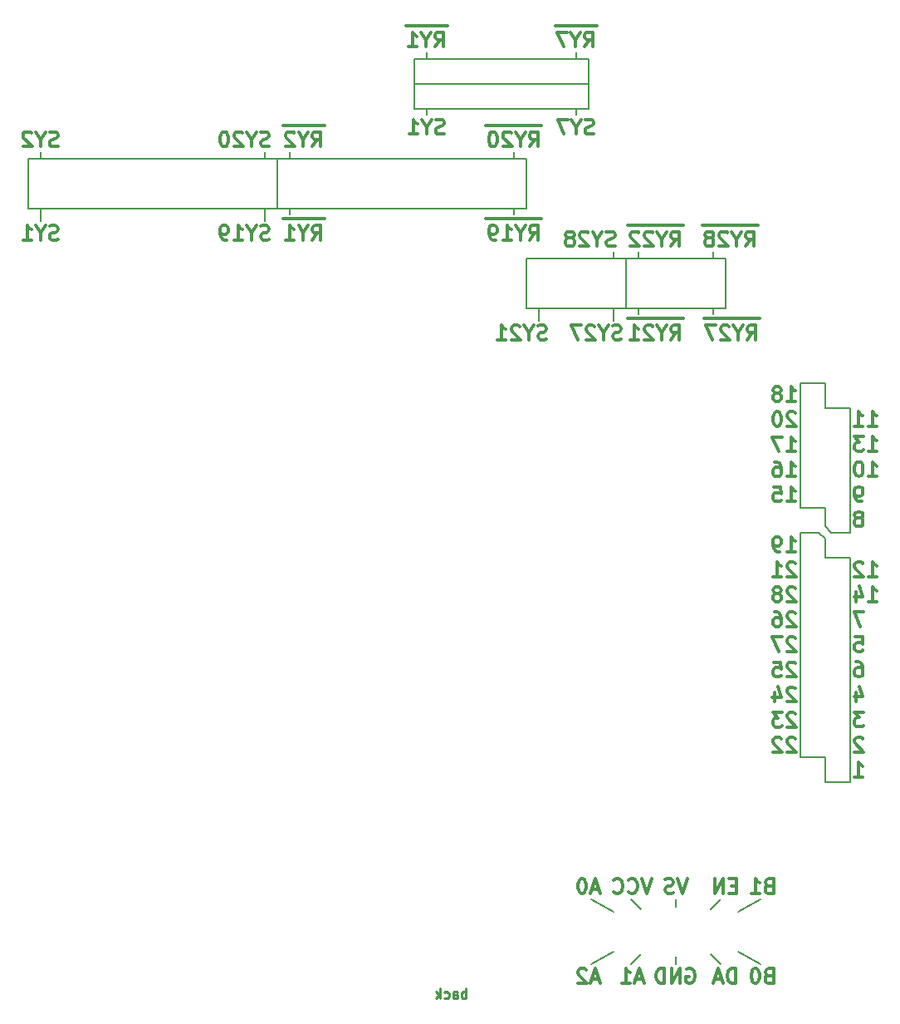
<source format=gbr>
G04 #@! TF.GenerationSoftware,KiCad,Pcbnew,(5.0.1)-4*
G04 #@! TF.CreationDate,2018-11-23T22:53:54+01:00*
G04 #@! TF.ProjectId,Flips5,466C697073352E6B696361645F706362,V1.0*
G04 #@! TF.SameCoordinates,Original*
G04 #@! TF.FileFunction,Legend,Bot*
G04 #@! TF.FilePolarity,Positive*
%FSLAX46Y46*%
G04 Gerber Fmt 4.6, Leading zero omitted, Abs format (unit mm)*
G04 Created by KiCad (PCBNEW (5.0.1)-4) date 23.11.2018 22:53:54*
%MOMM*%
%LPD*%
G01*
G04 APERTURE LIST*
%ADD10C,0.200000*%
%ADD11C,0.300000*%
%ADD12C,0.250000*%
G04 APERTURE END LIST*
D10*
X144145000Y-102870000D02*
X144780000Y-103505000D01*
X144780000Y-102235000D02*
X145415000Y-102870000D01*
X142240000Y-125730000D02*
X142240000Y-102870000D01*
X144780000Y-125730000D02*
X142240000Y-125730000D01*
X144780000Y-128270000D02*
X144780000Y-125730000D01*
X147320000Y-128270000D02*
X144780000Y-128270000D01*
X147320000Y-105410000D02*
X147320000Y-128270000D01*
X144780000Y-105410000D02*
X147320000Y-105410000D01*
X144780000Y-103505000D02*
X144780000Y-105410000D01*
X142240000Y-102870000D02*
X144145000Y-102870000D01*
X142240000Y-100330000D02*
X142240000Y-87630000D01*
X144780000Y-100330000D02*
X142240000Y-100330000D01*
X144780000Y-102235000D02*
X144780000Y-100330000D01*
X147320000Y-102870000D02*
X145415000Y-102870000D01*
X147320000Y-90170000D02*
X147320000Y-102870000D01*
X144780000Y-90170000D02*
X147320000Y-90170000D01*
X144780000Y-87630000D02*
X144780000Y-90170000D01*
X142240000Y-87630000D02*
X144780000Y-87630000D01*
X102870000Y-57150000D02*
X120650000Y-57150000D01*
X120650000Y-54610000D02*
X102870000Y-54610000D01*
X102870000Y-59690000D02*
X120650000Y-59690000D01*
X124460000Y-74930000D02*
X124460000Y-80010000D01*
X114300000Y-80010000D02*
X134620000Y-80010000D01*
X114300000Y-74930000D02*
X134620000Y-74930000D01*
X114300000Y-80010000D02*
X114300000Y-74930000D01*
X88900000Y-69850000D02*
X88900000Y-64770000D01*
X114300000Y-69850000D02*
X63500000Y-69850000D01*
X63500000Y-64770000D02*
X114300000Y-64770000D01*
X63500000Y-69850000D02*
X63500000Y-64770000D01*
X120650000Y-59690000D02*
X120650000Y-54610000D01*
X102870000Y-59690000D02*
X102870000Y-54610000D01*
X134620000Y-80010000D02*
X134620000Y-74930000D01*
X114300000Y-64770000D02*
X114300000Y-69850000D01*
X120904000Y-146812000D02*
X123190000Y-145542000D01*
X124968000Y-146812000D02*
X125984000Y-145796000D01*
X134112000Y-146812000D02*
X133096000Y-145796000D01*
X138176000Y-146812000D02*
X135890000Y-145542000D01*
X129540000Y-146812000D02*
X129540000Y-146050000D01*
D11*
X121721428Y-148332000D02*
X121007142Y-148332000D01*
X121864285Y-148760571D02*
X121364285Y-147260571D01*
X120864285Y-148760571D01*
X120435714Y-147403428D02*
X120364285Y-147332000D01*
X120221428Y-147260571D01*
X119864285Y-147260571D01*
X119721428Y-147332000D01*
X119650000Y-147403428D01*
X119578571Y-147546285D01*
X119578571Y-147689142D01*
X119650000Y-147903428D01*
X120507142Y-148760571D01*
X119578571Y-148760571D01*
X139037142Y-147974857D02*
X138822857Y-148046285D01*
X138751428Y-148117714D01*
X138680000Y-148260571D01*
X138680000Y-148474857D01*
X138751428Y-148617714D01*
X138822857Y-148689142D01*
X138965714Y-148760571D01*
X139537142Y-148760571D01*
X139537142Y-147260571D01*
X139037142Y-147260571D01*
X138894285Y-147332000D01*
X138822857Y-147403428D01*
X138751428Y-147546285D01*
X138751428Y-147689142D01*
X138822857Y-147832000D01*
X138894285Y-147903428D01*
X139037142Y-147974857D01*
X139537142Y-147974857D01*
X137751428Y-147260571D02*
X137608571Y-147260571D01*
X137465714Y-147332000D01*
X137394285Y-147403428D01*
X137322857Y-147546285D01*
X137251428Y-147832000D01*
X137251428Y-148189142D01*
X137322857Y-148474857D01*
X137394285Y-148617714D01*
X137465714Y-148689142D01*
X137608571Y-148760571D01*
X137751428Y-148760571D01*
X137894285Y-148689142D01*
X137965714Y-148617714D01*
X138037142Y-148474857D01*
X138108571Y-148189142D01*
X138108571Y-147832000D01*
X138037142Y-147546285D01*
X137965714Y-147403428D01*
X137894285Y-147332000D01*
X137751428Y-147260571D01*
X135655714Y-148760571D02*
X135655714Y-147260571D01*
X135298571Y-147260571D01*
X135084285Y-147332000D01*
X134941428Y-147474857D01*
X134870000Y-147617714D01*
X134798571Y-147903428D01*
X134798571Y-148117714D01*
X134870000Y-148403428D01*
X134941428Y-148546285D01*
X135084285Y-148689142D01*
X135298571Y-148760571D01*
X135655714Y-148760571D01*
X134227142Y-148332000D02*
X133512857Y-148332000D01*
X134370000Y-148760571D02*
X133870000Y-147260571D01*
X133370000Y-148760571D01*
X126166428Y-148332000D02*
X125452142Y-148332000D01*
X126309285Y-148760571D02*
X125809285Y-147260571D01*
X125309285Y-148760571D01*
X124023571Y-148760571D02*
X124880714Y-148760571D01*
X124452142Y-148760571D02*
X124452142Y-147260571D01*
X124595000Y-147474857D01*
X124737857Y-147617714D01*
X124880714Y-147689142D01*
X130682857Y-147332000D02*
X130825714Y-147260571D01*
X131040000Y-147260571D01*
X131254285Y-147332000D01*
X131397142Y-147474857D01*
X131468571Y-147617714D01*
X131540000Y-147903428D01*
X131540000Y-148117714D01*
X131468571Y-148403428D01*
X131397142Y-148546285D01*
X131254285Y-148689142D01*
X131040000Y-148760571D01*
X130897142Y-148760571D01*
X130682857Y-148689142D01*
X130611428Y-148617714D01*
X130611428Y-148117714D01*
X130897142Y-148117714D01*
X129968571Y-148760571D02*
X129968571Y-147260571D01*
X129111428Y-148760571D01*
X129111428Y-147260571D01*
X128397142Y-148760571D02*
X128397142Y-147260571D01*
X128040000Y-147260571D01*
X127825714Y-147332000D01*
X127682857Y-147474857D01*
X127611428Y-147617714D01*
X127540000Y-147903428D01*
X127540000Y-148117714D01*
X127611428Y-148403428D01*
X127682857Y-148546285D01*
X127825714Y-148689142D01*
X128040000Y-148760571D01*
X128397142Y-148760571D01*
X121721428Y-139188000D02*
X121007142Y-139188000D01*
X121864285Y-139616571D02*
X121364285Y-138116571D01*
X120864285Y-139616571D01*
X120078571Y-138116571D02*
X119935714Y-138116571D01*
X119792857Y-138188000D01*
X119721428Y-138259428D01*
X119650000Y-138402285D01*
X119578571Y-138688000D01*
X119578571Y-139045142D01*
X119650000Y-139330857D01*
X119721428Y-139473714D01*
X119792857Y-139545142D01*
X119935714Y-139616571D01*
X120078571Y-139616571D01*
X120221428Y-139545142D01*
X120292857Y-139473714D01*
X120364285Y-139330857D01*
X120435714Y-139045142D01*
X120435714Y-138688000D01*
X120364285Y-138402285D01*
X120292857Y-138259428D01*
X120221428Y-138188000D01*
X120078571Y-138116571D01*
X130754285Y-138116571D02*
X130254285Y-139616571D01*
X129754285Y-138116571D01*
X129325714Y-139545142D02*
X129111428Y-139616571D01*
X128754285Y-139616571D01*
X128611428Y-139545142D01*
X128540000Y-139473714D01*
X128468571Y-139330857D01*
X128468571Y-139188000D01*
X128540000Y-139045142D01*
X128611428Y-138973714D01*
X128754285Y-138902285D01*
X129040000Y-138830857D01*
X129182857Y-138759428D01*
X129254285Y-138688000D01*
X129325714Y-138545142D01*
X129325714Y-138402285D01*
X129254285Y-138259428D01*
X129182857Y-138188000D01*
X129040000Y-138116571D01*
X128682857Y-138116571D01*
X128468571Y-138188000D01*
X135727142Y-138830857D02*
X135227142Y-138830857D01*
X135012857Y-139616571D02*
X135727142Y-139616571D01*
X135727142Y-138116571D01*
X135012857Y-138116571D01*
X134370000Y-139616571D02*
X134370000Y-138116571D01*
X133512857Y-139616571D01*
X133512857Y-138116571D01*
X139037142Y-138830857D02*
X138822857Y-138902285D01*
X138751428Y-138973714D01*
X138680000Y-139116571D01*
X138680000Y-139330857D01*
X138751428Y-139473714D01*
X138822857Y-139545142D01*
X138965714Y-139616571D01*
X139537142Y-139616571D01*
X139537142Y-138116571D01*
X139037142Y-138116571D01*
X138894285Y-138188000D01*
X138822857Y-138259428D01*
X138751428Y-138402285D01*
X138751428Y-138545142D01*
X138822857Y-138688000D01*
X138894285Y-138759428D01*
X139037142Y-138830857D01*
X139537142Y-138830857D01*
X137251428Y-139616571D02*
X138108571Y-139616571D01*
X137680000Y-139616571D02*
X137680000Y-138116571D01*
X137822857Y-138330857D01*
X137965714Y-138473714D01*
X138108571Y-138545142D01*
D10*
X129540000Y-140970000D02*
X129540000Y-140208000D01*
X125984000Y-141224000D02*
X124968000Y-140208000D01*
X135890000Y-141478000D02*
X138176000Y-140208000D01*
X133096000Y-141224000D02*
X134112000Y-140208000D01*
X123190000Y-141478000D02*
X120904000Y-140208000D01*
D11*
X127095000Y-138116571D02*
X126595000Y-139616571D01*
X126095000Y-138116571D01*
X124737857Y-139473714D02*
X124809285Y-139545142D01*
X125023571Y-139616571D01*
X125166428Y-139616571D01*
X125380714Y-139545142D01*
X125523571Y-139402285D01*
X125595000Y-139259428D01*
X125666428Y-138973714D01*
X125666428Y-138759428D01*
X125595000Y-138473714D01*
X125523571Y-138330857D01*
X125380714Y-138188000D01*
X125166428Y-138116571D01*
X125023571Y-138116571D01*
X124809285Y-138188000D01*
X124737857Y-138259428D01*
X123237857Y-139473714D02*
X123309285Y-139545142D01*
X123523571Y-139616571D01*
X123666428Y-139616571D01*
X123880714Y-139545142D01*
X124023571Y-139402285D01*
X124095000Y-139259428D01*
X124166428Y-138973714D01*
X124166428Y-138759428D01*
X124095000Y-138473714D01*
X124023571Y-138330857D01*
X123880714Y-138188000D01*
X123666428Y-138116571D01*
X123523571Y-138116571D01*
X123309285Y-138188000D01*
X123237857Y-138259428D01*
X149229285Y-92048571D02*
X150086428Y-92048571D01*
X149657857Y-92048571D02*
X149657857Y-90548571D01*
X149800714Y-90762857D01*
X149943571Y-90905714D01*
X150086428Y-90977142D01*
X147800714Y-92048571D02*
X148657857Y-92048571D01*
X148229285Y-92048571D02*
X148229285Y-90548571D01*
X148372142Y-90762857D01*
X148515000Y-90905714D01*
X148657857Y-90977142D01*
X149229285Y-94598571D02*
X150086428Y-94598571D01*
X149657857Y-94598571D02*
X149657857Y-93098571D01*
X149800714Y-93312857D01*
X149943571Y-93455714D01*
X150086428Y-93527142D01*
X148729285Y-93098571D02*
X147800714Y-93098571D01*
X148300714Y-93670000D01*
X148086428Y-93670000D01*
X147943571Y-93741428D01*
X147872142Y-93812857D01*
X147800714Y-93955714D01*
X147800714Y-94312857D01*
X147872142Y-94455714D01*
X147943571Y-94527142D01*
X148086428Y-94598571D01*
X148515000Y-94598571D01*
X148657857Y-94527142D01*
X148729285Y-94455714D01*
X149229285Y-97148571D02*
X150086428Y-97148571D01*
X149657857Y-97148571D02*
X149657857Y-95648571D01*
X149800714Y-95862857D01*
X149943571Y-96005714D01*
X150086428Y-96077142D01*
X148300714Y-95648571D02*
X148157857Y-95648571D01*
X148015000Y-95720000D01*
X147943571Y-95791428D01*
X147872142Y-95934285D01*
X147800714Y-96220000D01*
X147800714Y-96577142D01*
X147872142Y-96862857D01*
X147943571Y-97005714D01*
X148015000Y-97077142D01*
X148157857Y-97148571D01*
X148300714Y-97148571D01*
X148443571Y-97077142D01*
X148515000Y-97005714D01*
X148586428Y-96862857D01*
X148657857Y-96577142D01*
X148657857Y-96220000D01*
X148586428Y-95934285D01*
X148515000Y-95791428D01*
X148443571Y-95720000D01*
X148300714Y-95648571D01*
X148515000Y-99698571D02*
X148229285Y-99698571D01*
X148086428Y-99627142D01*
X148015000Y-99555714D01*
X147872142Y-99341428D01*
X147800714Y-99055714D01*
X147800714Y-98484285D01*
X147872142Y-98341428D01*
X147943571Y-98270000D01*
X148086428Y-98198571D01*
X148372142Y-98198571D01*
X148515000Y-98270000D01*
X148586428Y-98341428D01*
X148657857Y-98484285D01*
X148657857Y-98841428D01*
X148586428Y-98984285D01*
X148515000Y-99055714D01*
X148372142Y-99127142D01*
X148086428Y-99127142D01*
X147943571Y-99055714D01*
X147872142Y-98984285D01*
X147800714Y-98841428D01*
X148372142Y-101391428D02*
X148515000Y-101320000D01*
X148586428Y-101248571D01*
X148657857Y-101105714D01*
X148657857Y-101034285D01*
X148586428Y-100891428D01*
X148515000Y-100820000D01*
X148372142Y-100748571D01*
X148086428Y-100748571D01*
X147943571Y-100820000D01*
X147872142Y-100891428D01*
X147800714Y-101034285D01*
X147800714Y-101105714D01*
X147872142Y-101248571D01*
X147943571Y-101320000D01*
X148086428Y-101391428D01*
X148372142Y-101391428D01*
X148515000Y-101462857D01*
X148586428Y-101534285D01*
X148657857Y-101677142D01*
X148657857Y-101962857D01*
X148586428Y-102105714D01*
X148515000Y-102177142D01*
X148372142Y-102248571D01*
X148086428Y-102248571D01*
X147943571Y-102177142D01*
X147872142Y-102105714D01*
X147800714Y-101962857D01*
X147800714Y-101677142D01*
X147872142Y-101534285D01*
X147943571Y-101462857D01*
X148086428Y-101391428D01*
X149229285Y-107348571D02*
X150086428Y-107348571D01*
X149657857Y-107348571D02*
X149657857Y-105848571D01*
X149800714Y-106062857D01*
X149943571Y-106205714D01*
X150086428Y-106277142D01*
X148657857Y-105991428D02*
X148586428Y-105920000D01*
X148443571Y-105848571D01*
X148086428Y-105848571D01*
X147943571Y-105920000D01*
X147872142Y-105991428D01*
X147800714Y-106134285D01*
X147800714Y-106277142D01*
X147872142Y-106491428D01*
X148729285Y-107348571D01*
X147800714Y-107348571D01*
X149229285Y-109898571D02*
X150086428Y-109898571D01*
X149657857Y-109898571D02*
X149657857Y-108398571D01*
X149800714Y-108612857D01*
X149943571Y-108755714D01*
X150086428Y-108827142D01*
X147943571Y-108898571D02*
X147943571Y-109898571D01*
X148300714Y-108327142D02*
X148657857Y-109398571D01*
X147729285Y-109398571D01*
X148729285Y-110948571D02*
X147729285Y-110948571D01*
X148372142Y-112448571D01*
X147872142Y-113498571D02*
X148586428Y-113498571D01*
X148657857Y-114212857D01*
X148586428Y-114141428D01*
X148443571Y-114070000D01*
X148086428Y-114070000D01*
X147943571Y-114141428D01*
X147872142Y-114212857D01*
X147800714Y-114355714D01*
X147800714Y-114712857D01*
X147872142Y-114855714D01*
X147943571Y-114927142D01*
X148086428Y-114998571D01*
X148443571Y-114998571D01*
X148586428Y-114927142D01*
X148657857Y-114855714D01*
X147943571Y-116048571D02*
X148229285Y-116048571D01*
X148372142Y-116120000D01*
X148443571Y-116191428D01*
X148586428Y-116405714D01*
X148657857Y-116691428D01*
X148657857Y-117262857D01*
X148586428Y-117405714D01*
X148515000Y-117477142D01*
X148372142Y-117548571D01*
X148086428Y-117548571D01*
X147943571Y-117477142D01*
X147872142Y-117405714D01*
X147800714Y-117262857D01*
X147800714Y-116905714D01*
X147872142Y-116762857D01*
X147943571Y-116691428D01*
X148086428Y-116620000D01*
X148372142Y-116620000D01*
X148515000Y-116691428D01*
X148586428Y-116762857D01*
X148657857Y-116905714D01*
X147943571Y-119098571D02*
X147943571Y-120098571D01*
X148300714Y-118527142D02*
X148657857Y-119598571D01*
X147729285Y-119598571D01*
X148729285Y-121148571D02*
X147800714Y-121148571D01*
X148300714Y-121720000D01*
X148086428Y-121720000D01*
X147943571Y-121791428D01*
X147872142Y-121862857D01*
X147800714Y-122005714D01*
X147800714Y-122362857D01*
X147872142Y-122505714D01*
X147943571Y-122577142D01*
X148086428Y-122648571D01*
X148515000Y-122648571D01*
X148657857Y-122577142D01*
X148729285Y-122505714D01*
X148657857Y-123841428D02*
X148586428Y-123770000D01*
X148443571Y-123698571D01*
X148086428Y-123698571D01*
X147943571Y-123770000D01*
X147872142Y-123841428D01*
X147800714Y-123984285D01*
X147800714Y-124127142D01*
X147872142Y-124341428D01*
X148729285Y-125198571D01*
X147800714Y-125198571D01*
X147800714Y-127748571D02*
X148657857Y-127748571D01*
X148229285Y-127748571D02*
X148229285Y-126248571D01*
X148372142Y-126462857D01*
X148515000Y-126605714D01*
X148657857Y-126677142D01*
X140902142Y-89508571D02*
X141759285Y-89508571D01*
X141330714Y-89508571D02*
X141330714Y-88008571D01*
X141473571Y-88222857D01*
X141616428Y-88365714D01*
X141759285Y-88437142D01*
X140045000Y-88651428D02*
X140187857Y-88580000D01*
X140259285Y-88508571D01*
X140330714Y-88365714D01*
X140330714Y-88294285D01*
X140259285Y-88151428D01*
X140187857Y-88080000D01*
X140045000Y-88008571D01*
X139759285Y-88008571D01*
X139616428Y-88080000D01*
X139545000Y-88151428D01*
X139473571Y-88294285D01*
X139473571Y-88365714D01*
X139545000Y-88508571D01*
X139616428Y-88580000D01*
X139759285Y-88651428D01*
X140045000Y-88651428D01*
X140187857Y-88722857D01*
X140259285Y-88794285D01*
X140330714Y-88937142D01*
X140330714Y-89222857D01*
X140259285Y-89365714D01*
X140187857Y-89437142D01*
X140045000Y-89508571D01*
X139759285Y-89508571D01*
X139616428Y-89437142D01*
X139545000Y-89365714D01*
X139473571Y-89222857D01*
X139473571Y-88937142D01*
X139545000Y-88794285D01*
X139616428Y-88722857D01*
X139759285Y-88651428D01*
X141759285Y-90701428D02*
X141687857Y-90630000D01*
X141545000Y-90558571D01*
X141187857Y-90558571D01*
X141045000Y-90630000D01*
X140973571Y-90701428D01*
X140902142Y-90844285D01*
X140902142Y-90987142D01*
X140973571Y-91201428D01*
X141830714Y-92058571D01*
X140902142Y-92058571D01*
X139973571Y-90558571D02*
X139830714Y-90558571D01*
X139687857Y-90630000D01*
X139616428Y-90701428D01*
X139545000Y-90844285D01*
X139473571Y-91130000D01*
X139473571Y-91487142D01*
X139545000Y-91772857D01*
X139616428Y-91915714D01*
X139687857Y-91987142D01*
X139830714Y-92058571D01*
X139973571Y-92058571D01*
X140116428Y-91987142D01*
X140187857Y-91915714D01*
X140259285Y-91772857D01*
X140330714Y-91487142D01*
X140330714Y-91130000D01*
X140259285Y-90844285D01*
X140187857Y-90701428D01*
X140116428Y-90630000D01*
X139973571Y-90558571D01*
X140902142Y-94608571D02*
X141759285Y-94608571D01*
X141330714Y-94608571D02*
X141330714Y-93108571D01*
X141473571Y-93322857D01*
X141616428Y-93465714D01*
X141759285Y-93537142D01*
X140402142Y-93108571D02*
X139402142Y-93108571D01*
X140045000Y-94608571D01*
X140902142Y-97158571D02*
X141759285Y-97158571D01*
X141330714Y-97158571D02*
X141330714Y-95658571D01*
X141473571Y-95872857D01*
X141616428Y-96015714D01*
X141759285Y-96087142D01*
X139616428Y-95658571D02*
X139902142Y-95658571D01*
X140045000Y-95730000D01*
X140116428Y-95801428D01*
X140259285Y-96015714D01*
X140330714Y-96301428D01*
X140330714Y-96872857D01*
X140259285Y-97015714D01*
X140187857Y-97087142D01*
X140045000Y-97158571D01*
X139759285Y-97158571D01*
X139616428Y-97087142D01*
X139545000Y-97015714D01*
X139473571Y-96872857D01*
X139473571Y-96515714D01*
X139545000Y-96372857D01*
X139616428Y-96301428D01*
X139759285Y-96230000D01*
X140045000Y-96230000D01*
X140187857Y-96301428D01*
X140259285Y-96372857D01*
X140330714Y-96515714D01*
X140902142Y-99708571D02*
X141759285Y-99708571D01*
X141330714Y-99708571D02*
X141330714Y-98208571D01*
X141473571Y-98422857D01*
X141616428Y-98565714D01*
X141759285Y-98637142D01*
X139545000Y-98208571D02*
X140259285Y-98208571D01*
X140330714Y-98922857D01*
X140259285Y-98851428D01*
X140116428Y-98780000D01*
X139759285Y-98780000D01*
X139616428Y-98851428D01*
X139545000Y-98922857D01*
X139473571Y-99065714D01*
X139473571Y-99422857D01*
X139545000Y-99565714D01*
X139616428Y-99637142D01*
X139759285Y-99708571D01*
X140116428Y-99708571D01*
X140259285Y-99637142D01*
X140330714Y-99565714D01*
X140902142Y-104808571D02*
X141759285Y-104808571D01*
X141330714Y-104808571D02*
X141330714Y-103308571D01*
X141473571Y-103522857D01*
X141616428Y-103665714D01*
X141759285Y-103737142D01*
X140187857Y-104808571D02*
X139902142Y-104808571D01*
X139759285Y-104737142D01*
X139687857Y-104665714D01*
X139545000Y-104451428D01*
X139473571Y-104165714D01*
X139473571Y-103594285D01*
X139545000Y-103451428D01*
X139616428Y-103380000D01*
X139759285Y-103308571D01*
X140045000Y-103308571D01*
X140187857Y-103380000D01*
X140259285Y-103451428D01*
X140330714Y-103594285D01*
X140330714Y-103951428D01*
X140259285Y-104094285D01*
X140187857Y-104165714D01*
X140045000Y-104237142D01*
X139759285Y-104237142D01*
X139616428Y-104165714D01*
X139545000Y-104094285D01*
X139473571Y-103951428D01*
X141759285Y-106001428D02*
X141687857Y-105930000D01*
X141545000Y-105858571D01*
X141187857Y-105858571D01*
X141045000Y-105930000D01*
X140973571Y-106001428D01*
X140902142Y-106144285D01*
X140902142Y-106287142D01*
X140973571Y-106501428D01*
X141830714Y-107358571D01*
X140902142Y-107358571D01*
X139473571Y-107358571D02*
X140330714Y-107358571D01*
X139902142Y-107358571D02*
X139902142Y-105858571D01*
X140045000Y-106072857D01*
X140187857Y-106215714D01*
X140330714Y-106287142D01*
X141759285Y-108551428D02*
X141687857Y-108480000D01*
X141545000Y-108408571D01*
X141187857Y-108408571D01*
X141045000Y-108480000D01*
X140973571Y-108551428D01*
X140902142Y-108694285D01*
X140902142Y-108837142D01*
X140973571Y-109051428D01*
X141830714Y-109908571D01*
X140902142Y-109908571D01*
X140045000Y-109051428D02*
X140187857Y-108980000D01*
X140259285Y-108908571D01*
X140330714Y-108765714D01*
X140330714Y-108694285D01*
X140259285Y-108551428D01*
X140187857Y-108480000D01*
X140045000Y-108408571D01*
X139759285Y-108408571D01*
X139616428Y-108480000D01*
X139545000Y-108551428D01*
X139473571Y-108694285D01*
X139473571Y-108765714D01*
X139545000Y-108908571D01*
X139616428Y-108980000D01*
X139759285Y-109051428D01*
X140045000Y-109051428D01*
X140187857Y-109122857D01*
X140259285Y-109194285D01*
X140330714Y-109337142D01*
X140330714Y-109622857D01*
X140259285Y-109765714D01*
X140187857Y-109837142D01*
X140045000Y-109908571D01*
X139759285Y-109908571D01*
X139616428Y-109837142D01*
X139545000Y-109765714D01*
X139473571Y-109622857D01*
X139473571Y-109337142D01*
X139545000Y-109194285D01*
X139616428Y-109122857D01*
X139759285Y-109051428D01*
X141759285Y-111101428D02*
X141687857Y-111030000D01*
X141545000Y-110958571D01*
X141187857Y-110958571D01*
X141045000Y-111030000D01*
X140973571Y-111101428D01*
X140902142Y-111244285D01*
X140902142Y-111387142D01*
X140973571Y-111601428D01*
X141830714Y-112458571D01*
X140902142Y-112458571D01*
X139616428Y-110958571D02*
X139902142Y-110958571D01*
X140045000Y-111030000D01*
X140116428Y-111101428D01*
X140259285Y-111315714D01*
X140330714Y-111601428D01*
X140330714Y-112172857D01*
X140259285Y-112315714D01*
X140187857Y-112387142D01*
X140045000Y-112458571D01*
X139759285Y-112458571D01*
X139616428Y-112387142D01*
X139545000Y-112315714D01*
X139473571Y-112172857D01*
X139473571Y-111815714D01*
X139545000Y-111672857D01*
X139616428Y-111601428D01*
X139759285Y-111530000D01*
X140045000Y-111530000D01*
X140187857Y-111601428D01*
X140259285Y-111672857D01*
X140330714Y-111815714D01*
X141759285Y-113651428D02*
X141687857Y-113580000D01*
X141545000Y-113508571D01*
X141187857Y-113508571D01*
X141045000Y-113580000D01*
X140973571Y-113651428D01*
X140902142Y-113794285D01*
X140902142Y-113937142D01*
X140973571Y-114151428D01*
X141830714Y-115008571D01*
X140902142Y-115008571D01*
X140402142Y-113508571D02*
X139402142Y-113508571D01*
X140045000Y-115008571D01*
X141759285Y-116201428D02*
X141687857Y-116130000D01*
X141545000Y-116058571D01*
X141187857Y-116058571D01*
X141045000Y-116130000D01*
X140973571Y-116201428D01*
X140902142Y-116344285D01*
X140902142Y-116487142D01*
X140973571Y-116701428D01*
X141830714Y-117558571D01*
X140902142Y-117558571D01*
X139545000Y-116058571D02*
X140259285Y-116058571D01*
X140330714Y-116772857D01*
X140259285Y-116701428D01*
X140116428Y-116630000D01*
X139759285Y-116630000D01*
X139616428Y-116701428D01*
X139545000Y-116772857D01*
X139473571Y-116915714D01*
X139473571Y-117272857D01*
X139545000Y-117415714D01*
X139616428Y-117487142D01*
X139759285Y-117558571D01*
X140116428Y-117558571D01*
X140259285Y-117487142D01*
X140330714Y-117415714D01*
X141759285Y-118751428D02*
X141687857Y-118680000D01*
X141545000Y-118608571D01*
X141187857Y-118608571D01*
X141045000Y-118680000D01*
X140973571Y-118751428D01*
X140902142Y-118894285D01*
X140902142Y-119037142D01*
X140973571Y-119251428D01*
X141830714Y-120108571D01*
X140902142Y-120108571D01*
X139616428Y-119108571D02*
X139616428Y-120108571D01*
X139973571Y-118537142D02*
X140330714Y-119608571D01*
X139402142Y-119608571D01*
X141759285Y-121301428D02*
X141687857Y-121230000D01*
X141545000Y-121158571D01*
X141187857Y-121158571D01*
X141045000Y-121230000D01*
X140973571Y-121301428D01*
X140902142Y-121444285D01*
X140902142Y-121587142D01*
X140973571Y-121801428D01*
X141830714Y-122658571D01*
X140902142Y-122658571D01*
X140402142Y-121158571D02*
X139473571Y-121158571D01*
X139973571Y-121730000D01*
X139759285Y-121730000D01*
X139616428Y-121801428D01*
X139545000Y-121872857D01*
X139473571Y-122015714D01*
X139473571Y-122372857D01*
X139545000Y-122515714D01*
X139616428Y-122587142D01*
X139759285Y-122658571D01*
X140187857Y-122658571D01*
X140330714Y-122587142D01*
X140402142Y-122515714D01*
X141759285Y-123851428D02*
X141687857Y-123780000D01*
X141545000Y-123708571D01*
X141187857Y-123708571D01*
X141045000Y-123780000D01*
X140973571Y-123851428D01*
X140902142Y-123994285D01*
X140902142Y-124137142D01*
X140973571Y-124351428D01*
X141830714Y-125208571D01*
X140902142Y-125208571D01*
X140330714Y-123851428D02*
X140259285Y-123780000D01*
X140116428Y-123708571D01*
X139759285Y-123708571D01*
X139616428Y-123780000D01*
X139545000Y-123851428D01*
X139473571Y-123994285D01*
X139473571Y-124137142D01*
X139545000Y-124351428D01*
X140402142Y-125208571D01*
X139473571Y-125208571D01*
D10*
X133350000Y-74930000D02*
X133350000Y-74295000D01*
D11*
X137917857Y-71555000D02*
X136417857Y-71555000D01*
X136703571Y-73703571D02*
X137203571Y-72989285D01*
X137560714Y-73703571D02*
X137560714Y-72203571D01*
X136989285Y-72203571D01*
X136846428Y-72275000D01*
X136775000Y-72346428D01*
X136703571Y-72489285D01*
X136703571Y-72703571D01*
X136775000Y-72846428D01*
X136846428Y-72917857D01*
X136989285Y-72989285D01*
X137560714Y-72989285D01*
X136417857Y-71555000D02*
X135132142Y-71555000D01*
X135775000Y-72989285D02*
X135775000Y-73703571D01*
X136275000Y-72203571D02*
X135775000Y-72989285D01*
X135275000Y-72203571D01*
X135132142Y-71555000D02*
X133703571Y-71555000D01*
X134846428Y-72346428D02*
X134775000Y-72275000D01*
X134632142Y-72203571D01*
X134275000Y-72203571D01*
X134132142Y-72275000D01*
X134060714Y-72346428D01*
X133989285Y-72489285D01*
X133989285Y-72632142D01*
X134060714Y-72846428D01*
X134917857Y-73703571D01*
X133989285Y-73703571D01*
X133703571Y-71555000D02*
X132275000Y-71555000D01*
X133132142Y-72846428D02*
X133275000Y-72775000D01*
X133346428Y-72703571D01*
X133417857Y-72560714D01*
X133417857Y-72489285D01*
X133346428Y-72346428D01*
X133275000Y-72275000D01*
X133132142Y-72203571D01*
X132846428Y-72203571D01*
X132703571Y-72275000D01*
X132632142Y-72346428D01*
X132560714Y-72489285D01*
X132560714Y-72560714D01*
X132632142Y-72703571D01*
X132703571Y-72775000D01*
X132846428Y-72846428D01*
X133132142Y-72846428D01*
X133275000Y-72917857D01*
X133346428Y-72989285D01*
X133417857Y-73132142D01*
X133417857Y-73417857D01*
X133346428Y-73560714D01*
X133275000Y-73632142D01*
X133132142Y-73703571D01*
X132846428Y-73703571D01*
X132703571Y-73632142D01*
X132632142Y-73560714D01*
X132560714Y-73417857D01*
X132560714Y-73132142D01*
X132632142Y-72989285D01*
X132703571Y-72917857D01*
X132846428Y-72846428D01*
D10*
X125730000Y-74930000D02*
X125730000Y-74295000D01*
X123190000Y-74930000D02*
X123190000Y-74295000D01*
D11*
X123344285Y-73632142D02*
X123130000Y-73703571D01*
X122772857Y-73703571D01*
X122630000Y-73632142D01*
X122558571Y-73560714D01*
X122487142Y-73417857D01*
X122487142Y-73275000D01*
X122558571Y-73132142D01*
X122630000Y-73060714D01*
X122772857Y-72989285D01*
X123058571Y-72917857D01*
X123201428Y-72846428D01*
X123272857Y-72775000D01*
X123344285Y-72632142D01*
X123344285Y-72489285D01*
X123272857Y-72346428D01*
X123201428Y-72275000D01*
X123058571Y-72203571D01*
X122701428Y-72203571D01*
X122487142Y-72275000D01*
X121558571Y-72989285D02*
X121558571Y-73703571D01*
X122058571Y-72203571D02*
X121558571Y-72989285D01*
X121058571Y-72203571D01*
X120630000Y-72346428D02*
X120558571Y-72275000D01*
X120415714Y-72203571D01*
X120058571Y-72203571D01*
X119915714Y-72275000D01*
X119844285Y-72346428D01*
X119772857Y-72489285D01*
X119772857Y-72632142D01*
X119844285Y-72846428D01*
X120701428Y-73703571D01*
X119772857Y-73703571D01*
X118915714Y-72846428D02*
X119058571Y-72775000D01*
X119130000Y-72703571D01*
X119201428Y-72560714D01*
X119201428Y-72489285D01*
X119130000Y-72346428D01*
X119058571Y-72275000D01*
X118915714Y-72203571D01*
X118630000Y-72203571D01*
X118487142Y-72275000D01*
X118415714Y-72346428D01*
X118344285Y-72489285D01*
X118344285Y-72560714D01*
X118415714Y-72703571D01*
X118487142Y-72775000D01*
X118630000Y-72846428D01*
X118915714Y-72846428D01*
X119058571Y-72917857D01*
X119130000Y-72989285D01*
X119201428Y-73132142D01*
X119201428Y-73417857D01*
X119130000Y-73560714D01*
X119058571Y-73632142D01*
X118915714Y-73703571D01*
X118630000Y-73703571D01*
X118487142Y-73632142D01*
X118415714Y-73560714D01*
X118344285Y-73417857D01*
X118344285Y-73132142D01*
X118415714Y-72989285D01*
X118487142Y-72917857D01*
X118630000Y-72846428D01*
X130297857Y-71555000D02*
X128797857Y-71555000D01*
X129083571Y-73703571D02*
X129583571Y-72989285D01*
X129940714Y-73703571D02*
X129940714Y-72203571D01*
X129369285Y-72203571D01*
X129226428Y-72275000D01*
X129155000Y-72346428D01*
X129083571Y-72489285D01*
X129083571Y-72703571D01*
X129155000Y-72846428D01*
X129226428Y-72917857D01*
X129369285Y-72989285D01*
X129940714Y-72989285D01*
X128797857Y-71555000D02*
X127512142Y-71555000D01*
X128155000Y-72989285D02*
X128155000Y-73703571D01*
X128655000Y-72203571D02*
X128155000Y-72989285D01*
X127655000Y-72203571D01*
X127512142Y-71555000D02*
X126083571Y-71555000D01*
X127226428Y-72346428D02*
X127155000Y-72275000D01*
X127012142Y-72203571D01*
X126655000Y-72203571D01*
X126512142Y-72275000D01*
X126440714Y-72346428D01*
X126369285Y-72489285D01*
X126369285Y-72632142D01*
X126440714Y-72846428D01*
X127297857Y-73703571D01*
X126369285Y-73703571D01*
X126083571Y-71555000D02*
X124655000Y-71555000D01*
X125797857Y-72346428D02*
X125726428Y-72275000D01*
X125583571Y-72203571D01*
X125226428Y-72203571D01*
X125083571Y-72275000D01*
X125012142Y-72346428D01*
X124940714Y-72489285D01*
X124940714Y-72632142D01*
X125012142Y-72846428D01*
X125869285Y-73703571D01*
X124940714Y-73703571D01*
D10*
X133350000Y-80010000D02*
X133350000Y-80645000D01*
X125730000Y-80010000D02*
X125730000Y-80645000D01*
D11*
X138076428Y-81080000D02*
X136576428Y-81080000D01*
X136862142Y-83228571D02*
X137362142Y-82514285D01*
X137719285Y-83228571D02*
X137719285Y-81728571D01*
X137147857Y-81728571D01*
X137005000Y-81800000D01*
X136933571Y-81871428D01*
X136862142Y-82014285D01*
X136862142Y-82228571D01*
X136933571Y-82371428D01*
X137005000Y-82442857D01*
X137147857Y-82514285D01*
X137719285Y-82514285D01*
X136576428Y-81080000D02*
X135290714Y-81080000D01*
X135933571Y-82514285D02*
X135933571Y-83228571D01*
X136433571Y-81728571D02*
X135933571Y-82514285D01*
X135433571Y-81728571D01*
X135290714Y-81080000D02*
X133862142Y-81080000D01*
X135005000Y-81871428D02*
X134933571Y-81800000D01*
X134790714Y-81728571D01*
X134433571Y-81728571D01*
X134290714Y-81800000D01*
X134219285Y-81871428D01*
X134147857Y-82014285D01*
X134147857Y-82157142D01*
X134219285Y-82371428D01*
X135076428Y-83228571D01*
X134147857Y-83228571D01*
X133862142Y-81080000D02*
X132433571Y-81080000D01*
X133647857Y-81728571D02*
X132647857Y-81728571D01*
X133290714Y-83228571D01*
X130297857Y-81080000D02*
X128797857Y-81080000D01*
X129083571Y-83228571D02*
X129583571Y-82514285D01*
X129940714Y-83228571D02*
X129940714Y-81728571D01*
X129369285Y-81728571D01*
X129226428Y-81800000D01*
X129155000Y-81871428D01*
X129083571Y-82014285D01*
X129083571Y-82228571D01*
X129155000Y-82371428D01*
X129226428Y-82442857D01*
X129369285Y-82514285D01*
X129940714Y-82514285D01*
X128797857Y-81080000D02*
X127512142Y-81080000D01*
X128155000Y-82514285D02*
X128155000Y-83228571D01*
X128655000Y-81728571D02*
X128155000Y-82514285D01*
X127655000Y-81728571D01*
X127512142Y-81080000D02*
X126083571Y-81080000D01*
X127226428Y-81871428D02*
X127155000Y-81800000D01*
X127012142Y-81728571D01*
X126655000Y-81728571D01*
X126512142Y-81800000D01*
X126440714Y-81871428D01*
X126369285Y-82014285D01*
X126369285Y-82157142D01*
X126440714Y-82371428D01*
X127297857Y-83228571D01*
X126369285Y-83228571D01*
X126083571Y-81080000D02*
X124655000Y-81080000D01*
X124940714Y-83228571D02*
X125797857Y-83228571D01*
X125369285Y-83228571D02*
X125369285Y-81728571D01*
X125512142Y-81942857D01*
X125655000Y-82085714D01*
X125797857Y-82157142D01*
D10*
X123190000Y-80010000D02*
X123190000Y-81280000D01*
D11*
X123979285Y-83157142D02*
X123765000Y-83228571D01*
X123407857Y-83228571D01*
X123265000Y-83157142D01*
X123193571Y-83085714D01*
X123122142Y-82942857D01*
X123122142Y-82800000D01*
X123193571Y-82657142D01*
X123265000Y-82585714D01*
X123407857Y-82514285D01*
X123693571Y-82442857D01*
X123836428Y-82371428D01*
X123907857Y-82300000D01*
X123979285Y-82157142D01*
X123979285Y-82014285D01*
X123907857Y-81871428D01*
X123836428Y-81800000D01*
X123693571Y-81728571D01*
X123336428Y-81728571D01*
X123122142Y-81800000D01*
X122193571Y-82514285D02*
X122193571Y-83228571D01*
X122693571Y-81728571D02*
X122193571Y-82514285D01*
X121693571Y-81728571D01*
X121265000Y-81871428D02*
X121193571Y-81800000D01*
X121050714Y-81728571D01*
X120693571Y-81728571D01*
X120550714Y-81800000D01*
X120479285Y-81871428D01*
X120407857Y-82014285D01*
X120407857Y-82157142D01*
X120479285Y-82371428D01*
X121336428Y-83228571D01*
X120407857Y-83228571D01*
X119907857Y-81728571D02*
X118907857Y-81728571D01*
X119550714Y-83228571D01*
D10*
X115570000Y-80010000D02*
X115570000Y-81280000D01*
D11*
X116359285Y-83157142D02*
X116145000Y-83228571D01*
X115787857Y-83228571D01*
X115645000Y-83157142D01*
X115573571Y-83085714D01*
X115502142Y-82942857D01*
X115502142Y-82800000D01*
X115573571Y-82657142D01*
X115645000Y-82585714D01*
X115787857Y-82514285D01*
X116073571Y-82442857D01*
X116216428Y-82371428D01*
X116287857Y-82300000D01*
X116359285Y-82157142D01*
X116359285Y-82014285D01*
X116287857Y-81871428D01*
X116216428Y-81800000D01*
X116073571Y-81728571D01*
X115716428Y-81728571D01*
X115502142Y-81800000D01*
X114573571Y-82514285D02*
X114573571Y-83228571D01*
X115073571Y-81728571D02*
X114573571Y-82514285D01*
X114073571Y-81728571D01*
X113645000Y-81871428D02*
X113573571Y-81800000D01*
X113430714Y-81728571D01*
X113073571Y-81728571D01*
X112930714Y-81800000D01*
X112859285Y-81871428D01*
X112787857Y-82014285D01*
X112787857Y-82157142D01*
X112859285Y-82371428D01*
X113716428Y-83228571D01*
X112787857Y-83228571D01*
X111359285Y-83228571D02*
X112216428Y-83228571D01*
X111787857Y-83228571D02*
X111787857Y-81728571D01*
X111930714Y-81942857D01*
X112073571Y-82085714D01*
X112216428Y-82157142D01*
X121165714Y-62202142D02*
X120951428Y-62273571D01*
X120594285Y-62273571D01*
X120451428Y-62202142D01*
X120380000Y-62130714D01*
X120308571Y-61987857D01*
X120308571Y-61845000D01*
X120380000Y-61702142D01*
X120451428Y-61630714D01*
X120594285Y-61559285D01*
X120880000Y-61487857D01*
X121022857Y-61416428D01*
X121094285Y-61345000D01*
X121165714Y-61202142D01*
X121165714Y-61059285D01*
X121094285Y-60916428D01*
X121022857Y-60845000D01*
X120880000Y-60773571D01*
X120522857Y-60773571D01*
X120308571Y-60845000D01*
X119380000Y-61559285D02*
X119380000Y-62273571D01*
X119880000Y-60773571D02*
X119380000Y-61559285D01*
X118880000Y-60773571D01*
X118522857Y-60773571D02*
X117522857Y-60773571D01*
X118165714Y-62273571D01*
X105925714Y-62202142D02*
X105711428Y-62273571D01*
X105354285Y-62273571D01*
X105211428Y-62202142D01*
X105140000Y-62130714D01*
X105068571Y-61987857D01*
X105068571Y-61845000D01*
X105140000Y-61702142D01*
X105211428Y-61630714D01*
X105354285Y-61559285D01*
X105640000Y-61487857D01*
X105782857Y-61416428D01*
X105854285Y-61345000D01*
X105925714Y-61202142D01*
X105925714Y-61059285D01*
X105854285Y-60916428D01*
X105782857Y-60845000D01*
X105640000Y-60773571D01*
X105282857Y-60773571D01*
X105068571Y-60845000D01*
X104140000Y-61559285D02*
X104140000Y-62273571D01*
X104640000Y-60773571D02*
X104140000Y-61559285D01*
X103640000Y-60773571D01*
X102354285Y-62273571D02*
X103211428Y-62273571D01*
X102782857Y-62273571D02*
X102782857Y-60773571D01*
X102925714Y-60987857D01*
X103068571Y-61130714D01*
X103211428Y-61202142D01*
D10*
X104140000Y-59690000D02*
X104140000Y-60325000D01*
X119380000Y-59690000D02*
X119380000Y-60325000D01*
X119380000Y-54610000D02*
X119380000Y-53975000D01*
D11*
X121487142Y-51235000D02*
X119987142Y-51235000D01*
X120272857Y-53383571D02*
X120772857Y-52669285D01*
X121130000Y-53383571D02*
X121130000Y-51883571D01*
X120558571Y-51883571D01*
X120415714Y-51955000D01*
X120344285Y-52026428D01*
X120272857Y-52169285D01*
X120272857Y-52383571D01*
X120344285Y-52526428D01*
X120415714Y-52597857D01*
X120558571Y-52669285D01*
X121130000Y-52669285D01*
X119987142Y-51235000D02*
X118701428Y-51235000D01*
X119344285Y-52669285D02*
X119344285Y-53383571D01*
X119844285Y-51883571D02*
X119344285Y-52669285D01*
X118844285Y-51883571D01*
X118701428Y-51235000D02*
X117272857Y-51235000D01*
X118487142Y-51883571D02*
X117487142Y-51883571D01*
X118130000Y-53383571D01*
D10*
X104140000Y-53975000D02*
X104140000Y-54610000D01*
D11*
X106247142Y-51235000D02*
X104747142Y-51235000D01*
X105032857Y-53383571D02*
X105532857Y-52669285D01*
X105890000Y-53383571D02*
X105890000Y-51883571D01*
X105318571Y-51883571D01*
X105175714Y-51955000D01*
X105104285Y-52026428D01*
X105032857Y-52169285D01*
X105032857Y-52383571D01*
X105104285Y-52526428D01*
X105175714Y-52597857D01*
X105318571Y-52669285D01*
X105890000Y-52669285D01*
X104747142Y-51235000D02*
X103461428Y-51235000D01*
X104104285Y-52669285D02*
X104104285Y-53383571D01*
X104604285Y-51883571D02*
X104104285Y-52669285D01*
X103604285Y-51883571D01*
X103461428Y-51235000D02*
X102032857Y-51235000D01*
X102318571Y-53383571D02*
X103175714Y-53383571D01*
X102747142Y-53383571D02*
X102747142Y-51883571D01*
X102890000Y-52097857D01*
X103032857Y-52240714D01*
X103175714Y-52312142D01*
D10*
X113030000Y-64770000D02*
X113030000Y-64135000D01*
D11*
X115851428Y-61395000D02*
X114351428Y-61395000D01*
X114637142Y-63543571D02*
X115137142Y-62829285D01*
X115494285Y-63543571D02*
X115494285Y-62043571D01*
X114922857Y-62043571D01*
X114780000Y-62115000D01*
X114708571Y-62186428D01*
X114637142Y-62329285D01*
X114637142Y-62543571D01*
X114708571Y-62686428D01*
X114780000Y-62757857D01*
X114922857Y-62829285D01*
X115494285Y-62829285D01*
X114351428Y-61395000D02*
X113065714Y-61395000D01*
X113708571Y-62829285D02*
X113708571Y-63543571D01*
X114208571Y-62043571D02*
X113708571Y-62829285D01*
X113208571Y-62043571D01*
X113065714Y-61395000D02*
X111637142Y-61395000D01*
X112780000Y-62186428D02*
X112708571Y-62115000D01*
X112565714Y-62043571D01*
X112208571Y-62043571D01*
X112065714Y-62115000D01*
X111994285Y-62186428D01*
X111922857Y-62329285D01*
X111922857Y-62472142D01*
X111994285Y-62686428D01*
X112851428Y-63543571D01*
X111922857Y-63543571D01*
X111637142Y-61395000D02*
X110208571Y-61395000D01*
X110994285Y-62043571D02*
X110851428Y-62043571D01*
X110708571Y-62115000D01*
X110637142Y-62186428D01*
X110565714Y-62329285D01*
X110494285Y-62615000D01*
X110494285Y-62972142D01*
X110565714Y-63257857D01*
X110637142Y-63400714D01*
X110708571Y-63472142D01*
X110851428Y-63543571D01*
X110994285Y-63543571D01*
X111137142Y-63472142D01*
X111208571Y-63400714D01*
X111280000Y-63257857D01*
X111351428Y-62972142D01*
X111351428Y-62615000D01*
X111280000Y-62329285D01*
X111208571Y-62186428D01*
X111137142Y-62115000D01*
X110994285Y-62043571D01*
D10*
X113030000Y-69850000D02*
X113030000Y-70485000D01*
D11*
X115851428Y-70920000D02*
X114351428Y-70920000D01*
X114637142Y-73068571D02*
X115137142Y-72354285D01*
X115494285Y-73068571D02*
X115494285Y-71568571D01*
X114922857Y-71568571D01*
X114780000Y-71640000D01*
X114708571Y-71711428D01*
X114637142Y-71854285D01*
X114637142Y-72068571D01*
X114708571Y-72211428D01*
X114780000Y-72282857D01*
X114922857Y-72354285D01*
X115494285Y-72354285D01*
X114351428Y-70920000D02*
X113065714Y-70920000D01*
X113708571Y-72354285D02*
X113708571Y-73068571D01*
X114208571Y-71568571D02*
X113708571Y-72354285D01*
X113208571Y-71568571D01*
X113065714Y-70920000D02*
X111637142Y-70920000D01*
X111922857Y-73068571D02*
X112780000Y-73068571D01*
X112351428Y-73068571D02*
X112351428Y-71568571D01*
X112494285Y-71782857D01*
X112637142Y-71925714D01*
X112780000Y-71997142D01*
X111637142Y-70920000D02*
X110208571Y-70920000D01*
X111208571Y-73068571D02*
X110922857Y-73068571D01*
X110780000Y-72997142D01*
X110708571Y-72925714D01*
X110565714Y-72711428D01*
X110494285Y-72425714D01*
X110494285Y-71854285D01*
X110565714Y-71711428D01*
X110637142Y-71640000D01*
X110780000Y-71568571D01*
X111065714Y-71568571D01*
X111208571Y-71640000D01*
X111280000Y-71711428D01*
X111351428Y-71854285D01*
X111351428Y-72211428D01*
X111280000Y-72354285D01*
X111208571Y-72425714D01*
X111065714Y-72497142D01*
X110780000Y-72497142D01*
X110637142Y-72425714D01*
X110565714Y-72354285D01*
X110494285Y-72211428D01*
D10*
X64770000Y-64770000D02*
X64770000Y-64135000D01*
X87630000Y-64770000D02*
X87630000Y-64135000D01*
X90170000Y-64770000D02*
X90170000Y-64135000D01*
D11*
X93729285Y-61395000D02*
X92229285Y-61395000D01*
X92515000Y-63543571D02*
X93015000Y-62829285D01*
X93372142Y-63543571D02*
X93372142Y-62043571D01*
X92800714Y-62043571D01*
X92657857Y-62115000D01*
X92586428Y-62186428D01*
X92515000Y-62329285D01*
X92515000Y-62543571D01*
X92586428Y-62686428D01*
X92657857Y-62757857D01*
X92800714Y-62829285D01*
X93372142Y-62829285D01*
X92229285Y-61395000D02*
X90943571Y-61395000D01*
X91586428Y-62829285D02*
X91586428Y-63543571D01*
X92086428Y-62043571D02*
X91586428Y-62829285D01*
X91086428Y-62043571D01*
X90943571Y-61395000D02*
X89515000Y-61395000D01*
X90657857Y-62186428D02*
X90586428Y-62115000D01*
X90443571Y-62043571D01*
X90086428Y-62043571D01*
X89943571Y-62115000D01*
X89872142Y-62186428D01*
X89800714Y-62329285D01*
X89800714Y-62472142D01*
X89872142Y-62686428D01*
X90729285Y-63543571D01*
X89800714Y-63543571D01*
X88086428Y-63472142D02*
X87872142Y-63543571D01*
X87515000Y-63543571D01*
X87372142Y-63472142D01*
X87300714Y-63400714D01*
X87229285Y-63257857D01*
X87229285Y-63115000D01*
X87300714Y-62972142D01*
X87372142Y-62900714D01*
X87515000Y-62829285D01*
X87800714Y-62757857D01*
X87943571Y-62686428D01*
X88015000Y-62615000D01*
X88086428Y-62472142D01*
X88086428Y-62329285D01*
X88015000Y-62186428D01*
X87943571Y-62115000D01*
X87800714Y-62043571D01*
X87443571Y-62043571D01*
X87229285Y-62115000D01*
X86300714Y-62829285D02*
X86300714Y-63543571D01*
X86800714Y-62043571D02*
X86300714Y-62829285D01*
X85800714Y-62043571D01*
X85372142Y-62186428D02*
X85300714Y-62115000D01*
X85157857Y-62043571D01*
X84800714Y-62043571D01*
X84657857Y-62115000D01*
X84586428Y-62186428D01*
X84515000Y-62329285D01*
X84515000Y-62472142D01*
X84586428Y-62686428D01*
X85443571Y-63543571D01*
X84515000Y-63543571D01*
X83586428Y-62043571D02*
X83443571Y-62043571D01*
X83300714Y-62115000D01*
X83229285Y-62186428D01*
X83157857Y-62329285D01*
X83086428Y-62615000D01*
X83086428Y-62972142D01*
X83157857Y-63257857D01*
X83229285Y-63400714D01*
X83300714Y-63472142D01*
X83443571Y-63543571D01*
X83586428Y-63543571D01*
X83729285Y-63472142D01*
X83800714Y-63400714D01*
X83872142Y-63257857D01*
X83943571Y-62972142D01*
X83943571Y-62615000D01*
X83872142Y-62329285D01*
X83800714Y-62186428D01*
X83729285Y-62115000D01*
X83586428Y-62043571D01*
D10*
X64770000Y-69850000D02*
X64770000Y-71120000D01*
X90170000Y-69850000D02*
X90170000Y-70485000D01*
X87630000Y-69850000D02*
X87630000Y-71120000D01*
D11*
X93729285Y-70920000D02*
X92229285Y-70920000D01*
X92515000Y-73068571D02*
X93015000Y-72354285D01*
X93372142Y-73068571D02*
X93372142Y-71568571D01*
X92800714Y-71568571D01*
X92657857Y-71640000D01*
X92586428Y-71711428D01*
X92515000Y-71854285D01*
X92515000Y-72068571D01*
X92586428Y-72211428D01*
X92657857Y-72282857D01*
X92800714Y-72354285D01*
X93372142Y-72354285D01*
X92229285Y-70920000D02*
X90943571Y-70920000D01*
X91586428Y-72354285D02*
X91586428Y-73068571D01*
X92086428Y-71568571D02*
X91586428Y-72354285D01*
X91086428Y-71568571D01*
X90943571Y-70920000D02*
X89515000Y-70920000D01*
X89800714Y-73068571D02*
X90657857Y-73068571D01*
X90229285Y-73068571D02*
X90229285Y-71568571D01*
X90372142Y-71782857D01*
X90515000Y-71925714D01*
X90657857Y-71997142D01*
X88086428Y-72997142D02*
X87872142Y-73068571D01*
X87515000Y-73068571D01*
X87372142Y-72997142D01*
X87300714Y-72925714D01*
X87229285Y-72782857D01*
X87229285Y-72640000D01*
X87300714Y-72497142D01*
X87372142Y-72425714D01*
X87515000Y-72354285D01*
X87800714Y-72282857D01*
X87943571Y-72211428D01*
X88015000Y-72140000D01*
X88086428Y-71997142D01*
X88086428Y-71854285D01*
X88015000Y-71711428D01*
X87943571Y-71640000D01*
X87800714Y-71568571D01*
X87443571Y-71568571D01*
X87229285Y-71640000D01*
X86300714Y-72354285D02*
X86300714Y-73068571D01*
X86800714Y-71568571D02*
X86300714Y-72354285D01*
X85800714Y-71568571D01*
X84515000Y-73068571D02*
X85372142Y-73068571D01*
X84943571Y-73068571D02*
X84943571Y-71568571D01*
X85086428Y-71782857D01*
X85229285Y-71925714D01*
X85372142Y-71997142D01*
X83800714Y-73068571D02*
X83515000Y-73068571D01*
X83372142Y-72997142D01*
X83300714Y-72925714D01*
X83157857Y-72711428D01*
X83086428Y-72425714D01*
X83086428Y-71854285D01*
X83157857Y-71711428D01*
X83229285Y-71640000D01*
X83372142Y-71568571D01*
X83657857Y-71568571D01*
X83800714Y-71640000D01*
X83872142Y-71711428D01*
X83943571Y-71854285D01*
X83943571Y-72211428D01*
X83872142Y-72354285D01*
X83800714Y-72425714D01*
X83657857Y-72497142D01*
X83372142Y-72497142D01*
X83229285Y-72425714D01*
X83157857Y-72354285D01*
X83086428Y-72211428D01*
X66555714Y-63472142D02*
X66341428Y-63543571D01*
X65984285Y-63543571D01*
X65841428Y-63472142D01*
X65770000Y-63400714D01*
X65698571Y-63257857D01*
X65698571Y-63115000D01*
X65770000Y-62972142D01*
X65841428Y-62900714D01*
X65984285Y-62829285D01*
X66270000Y-62757857D01*
X66412857Y-62686428D01*
X66484285Y-62615000D01*
X66555714Y-62472142D01*
X66555714Y-62329285D01*
X66484285Y-62186428D01*
X66412857Y-62115000D01*
X66270000Y-62043571D01*
X65912857Y-62043571D01*
X65698571Y-62115000D01*
X64770000Y-62829285D02*
X64770000Y-63543571D01*
X65270000Y-62043571D02*
X64770000Y-62829285D01*
X64270000Y-62043571D01*
X63841428Y-62186428D02*
X63770000Y-62115000D01*
X63627142Y-62043571D01*
X63270000Y-62043571D01*
X63127142Y-62115000D01*
X63055714Y-62186428D01*
X62984285Y-62329285D01*
X62984285Y-62472142D01*
X63055714Y-62686428D01*
X63912857Y-63543571D01*
X62984285Y-63543571D01*
X66555714Y-72997142D02*
X66341428Y-73068571D01*
X65984285Y-73068571D01*
X65841428Y-72997142D01*
X65770000Y-72925714D01*
X65698571Y-72782857D01*
X65698571Y-72640000D01*
X65770000Y-72497142D01*
X65841428Y-72425714D01*
X65984285Y-72354285D01*
X66270000Y-72282857D01*
X66412857Y-72211428D01*
X66484285Y-72140000D01*
X66555714Y-71997142D01*
X66555714Y-71854285D01*
X66484285Y-71711428D01*
X66412857Y-71640000D01*
X66270000Y-71568571D01*
X65912857Y-71568571D01*
X65698571Y-71640000D01*
X64770000Y-72354285D02*
X64770000Y-73068571D01*
X65270000Y-71568571D02*
X64770000Y-72354285D01*
X64270000Y-71568571D01*
X62984285Y-73068571D02*
X63841428Y-73068571D01*
X63412857Y-73068571D02*
X63412857Y-71568571D01*
X63555714Y-71782857D01*
X63698571Y-71925714D01*
X63841428Y-71997142D01*
D12*
X108180000Y-150312380D02*
X108180000Y-149312380D01*
X108180000Y-149693333D02*
X108084761Y-149645714D01*
X107894285Y-149645714D01*
X107799047Y-149693333D01*
X107751428Y-149740952D01*
X107703809Y-149836190D01*
X107703809Y-150121904D01*
X107751428Y-150217142D01*
X107799047Y-150264761D01*
X107894285Y-150312380D01*
X108084761Y-150312380D01*
X108180000Y-150264761D01*
X106846666Y-150312380D02*
X106846666Y-149788571D01*
X106894285Y-149693333D01*
X106989523Y-149645714D01*
X107180000Y-149645714D01*
X107275238Y-149693333D01*
X106846666Y-150264761D02*
X106941904Y-150312380D01*
X107180000Y-150312380D01*
X107275238Y-150264761D01*
X107322857Y-150169523D01*
X107322857Y-150074285D01*
X107275238Y-149979047D01*
X107180000Y-149931428D01*
X106941904Y-149931428D01*
X106846666Y-149883809D01*
X105941904Y-150264761D02*
X106037142Y-150312380D01*
X106227619Y-150312380D01*
X106322857Y-150264761D01*
X106370476Y-150217142D01*
X106418095Y-150121904D01*
X106418095Y-149836190D01*
X106370476Y-149740952D01*
X106322857Y-149693333D01*
X106227619Y-149645714D01*
X106037142Y-149645714D01*
X105941904Y-149693333D01*
X105513333Y-150312380D02*
X105513333Y-149312380D01*
X105418095Y-149931428D02*
X105132380Y-150312380D01*
X105132380Y-149645714D02*
X105513333Y-150026666D01*
M02*

</source>
